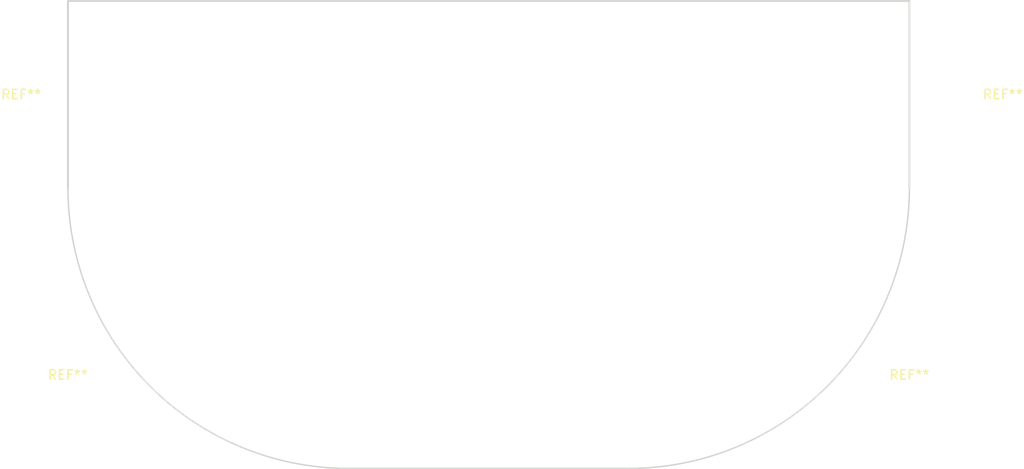
<source format=kicad_pcb>
(kicad_pcb (version 20171130) (host pcbnew "(5.0.1)-3")

  (general
    (thickness 1.6)
    (drawings 6)
    (tracks 0)
    (zones 0)
    (modules 4)
    (nets 1)
  )

  (page A4)
  (layers
    (0 F.Cu signal)
    (31 B.Cu signal)
    (32 B.Adhes user)
    (33 F.Adhes user)
    (34 B.Paste user)
    (35 F.Paste user)
    (36 B.SilkS user)
    (37 F.SilkS user)
    (38 B.Mask user)
    (39 F.Mask user)
    (40 Dwgs.User user)
    (41 Cmts.User user)
    (42 Eco1.User user)
    (43 Eco2.User user)
    (44 Edge.Cuts user)
    (45 Margin user)
    (46 B.CrtYd user)
    (47 F.CrtYd user)
    (48 B.Fab user)
    (49 F.Fab user)
  )

  (setup
    (last_trace_width 0.25)
    (trace_clearance 0.2)
    (zone_clearance 0.508)
    (zone_45_only no)
    (trace_min 0.2)
    (segment_width 0.2)
    (edge_width 0.15)
    (via_size 0.8)
    (via_drill 0.4)
    (via_min_size 0.4)
    (via_min_drill 0.3)
    (uvia_size 0.3)
    (uvia_drill 0.1)
    (uvias_allowed no)
    (uvia_min_size 0.2)
    (uvia_min_drill 0.1)
    (pcb_text_width 0.3)
    (pcb_text_size 1.5 1.5)
    (mod_edge_width 0.15)
    (mod_text_size 1 1)
    (mod_text_width 0.15)
    (pad_size 1.524 1.524)
    (pad_drill 0.762)
    (pad_to_mask_clearance 0.051)
    (solder_mask_min_width 0.25)
    (aux_axis_origin 0 0)
    (visible_elements 7FFFFFFF)
    (pcbplotparams
      (layerselection 0x010fc_ffffffff)
      (usegerberextensions false)
      (usegerberattributes false)
      (usegerberadvancedattributes false)
      (creategerberjobfile false)
      (excludeedgelayer true)
      (linewidth 0.100000)
      (plotframeref false)
      (viasonmask false)
      (mode 1)
      (useauxorigin false)
      (hpglpennumber 1)
      (hpglpenspeed 20)
      (hpglpendiameter 15.000000)
      (psnegative false)
      (psa4output false)
      (plotreference true)
      (plotvalue true)
      (plotinvisibletext false)
      (padsonsilk false)
      (subtractmaskfromsilk false)
      (outputformat 1)
      (mirror false)
      (drillshape 0)
      (scaleselection 1)
      (outputdirectory "gerbers/"))
  )

  (net 0 "")

  (net_class Default "This is the default net class."
    (clearance 0.2)
    (trace_width 0.25)
    (via_dia 0.8)
    (via_drill 0.4)
    (uvia_dia 0.3)
    (uvia_drill 0.1)
  )

  (module MountingHole:MountingHole_3.2mm_M3 (layer F.Cu) (tedit 56D1B4CB) (tstamp 5DD73228)
    (at 140 100)
    (descr "Mounting Hole 3.2mm, no annular, M3")
    (tags "mounting hole 3.2mm no annular m3")
    (attr virtual)
    (fp_text reference REF** (at -10 0) (layer F.SilkS)
      (effects (font (size 1 1) (thickness 0.15)))
    )
    (fp_text value MountingHole_3.2mm_M3 (at 0 4.2) (layer F.Fab)
      (effects (font (size 1 1) (thickness 0.15)))
    )
    (fp_circle (center 0 0) (end 3.45 0) (layer F.CrtYd) (width 0.05))
    (fp_circle (center 0 0) (end 3.2 0) (layer Cmts.User) (width 0.15))
    (fp_text user %R (at 0.3 0) (layer F.Fab)
      (effects (font (size 1 1) (thickness 0.15)))
    )
    (pad 1 np_thru_hole circle (at 0 0) (size 3.2 3.2) (drill 3.2) (layers *.Cu *.Mask))
  )

  (module MountingHole:MountingHole_3.2mm_M3 (layer F.Cu) (tedit 56D1B4CB) (tstamp 5DD73237)
    (at 220 100)
    (descr "Mounting Hole 3.2mm, no annular, M3")
    (tags "mounting hole 3.2mm no annular m3")
    (attr virtual)
    (fp_text reference REF** (at 15 0) (layer F.SilkS)
      (effects (font (size 1 1) (thickness 0.15)))
    )
    (fp_text value MountingHole_3.2mm_M3 (at 0 4.2) (layer F.Fab)
      (effects (font (size 1 1) (thickness 0.15)))
    )
    (fp_circle (center 0 0) (end 3.45 0) (layer F.CrtYd) (width 0.05))
    (fp_circle (center 0 0) (end 3.2 0) (layer Cmts.User) (width 0.15))
    (fp_text user %R (at 0.3 0) (layer F.Fab)
      (effects (font (size 1 1) (thickness 0.15)))
    )
    (pad 1 np_thru_hole circle (at 0 0) (size 3.2 3.2) (drill 3.2) (layers *.Cu *.Mask))
  )

  (module MountingHole:MountingHole_3.2mm_M3 (layer F.Cu) (tedit 5DD733A1) (tstamp 5DD73246)
    (at 150 130)
    (descr "Mounting Hole 3.2mm, no annular, M3")
    (tags "mounting hole 3.2mm no annular m3")
    (attr virtual)
    (fp_text reference REF** (at -15 0) (layer F.SilkS)
      (effects (font (size 1 1) (thickness 0.15)))
    )
    (fp_text value MountingHole_3.2mm_M3 (at 0 4.2) (layer F.Fab)
      (effects (font (size 1 1) (thickness 0.15)))
    )
    (fp_circle (center 0 0) (end 3.45 0) (layer F.CrtYd) (width 0.05))
    (fp_circle (center 0 0) (end 3.2 0) (layer Cmts.User) (width 0.15))
    (fp_text user %R (at 0.3 0) (layer F.Fab)
      (effects (font (size 1 1) (thickness 0.15)))
    )
    (pad 1 np_thru_hole circle (at 0 0) (size 3.2 3.2) (drill 3.2) (layers *.Cu *.Mask))
  )

  (module MountingHole:MountingHole_3.2mm_M3 (layer F.Cu) (tedit 56D1B4CB) (tstamp 5DD73255)
    (at 210 130)
    (descr "Mounting Hole 3.2mm, no annular, M3")
    (tags "mounting hole 3.2mm no annular m3")
    (attr virtual)
    (fp_text reference REF** (at 15 0) (layer F.SilkS)
      (effects (font (size 1 1) (thickness 0.15)))
    )
    (fp_text value MountingHole_3.2mm_M3 (at 0 4.2) (layer F.Fab)
      (effects (font (size 1 1) (thickness 0.15)))
    )
    (fp_circle (center 0 0) (end 3.45 0) (layer F.CrtYd) (width 0.05))
    (fp_circle (center 0 0) (end 3.2 0) (layer Cmts.User) (width 0.15))
    (fp_text user %R (at 0.3 0) (layer F.Fab)
      (effects (font (size 1 1) (thickness 0.15)))
    )
    (pad 1 np_thru_hole circle (at 0 0) (size 3.2 3.2) (drill 3.2) (layers *.Cu *.Mask))
  )

  (gr_line (start 165 140) (end 195 140) (layer Edge.Cuts) (width 0.15))
  (gr_arc (start 195 110) (end 195 140) (angle -90) (layer Edge.Cuts) (width 0.15))
  (gr_arc (start 165 110) (end 135 110) (angle -90) (layer Edge.Cuts) (width 0.15))
  (gr_line (start 225 90) (end 225 110) (layer Edge.Cuts) (width 0.2))
  (gr_line (start 135 90) (end 225 90) (layer Edge.Cuts) (width 0.2))
  (gr_line (start 135 90) (end 135 110) (layer Edge.Cuts) (width 0.2))

)

</source>
